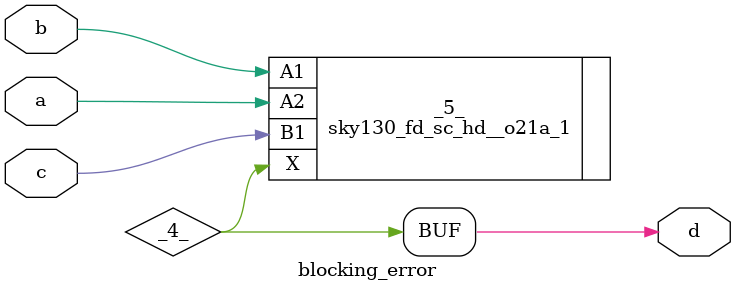
<source format=v>
/* Generated by Yosys 0.32+51 (git sha1 6405bbab1, gcc 12.3.0-1ubuntu1~22.04 -fPIC -Os) */

(* top =  1  *)
(* src = "blocking_error.v:1.1-8.10" *)
module blocking_error(a, b, c, d);
  wire _0_;
  (* src = "blocking_error.v:1.30-1.31" *)
  wire _1_;
  (* src = "blocking_error.v:1.40-1.41" *)
  wire _2_;
  (* src = "blocking_error.v:1.51-1.52" *)
  wire _3_;
  (* src = "blocking_error.v:1.65-1.66" *)
  wire _4_;
  (* src = "blocking_error.v:1.30-1.31" *)
  input a;
  wire a;
  (* src = "blocking_error.v:1.40-1.41" *)
  input b;
  wire b;
  (* src = "blocking_error.v:1.51-1.52" *)
  input c;
  wire c;
  (* src = "blocking_error.v:1.65-1.66" *)
  output d;
  wire d;
  sky130_fd_sc_hd__o21a_1 _5_ (
    .A1(_2_),
    .A2(_1_),
    .B1(_3_),
    .X(_4_)
  );
  assign _2_ = b;
  assign _1_ = a;
  assign _3_ = c;
  assign d = _4_;
endmodule

</source>
